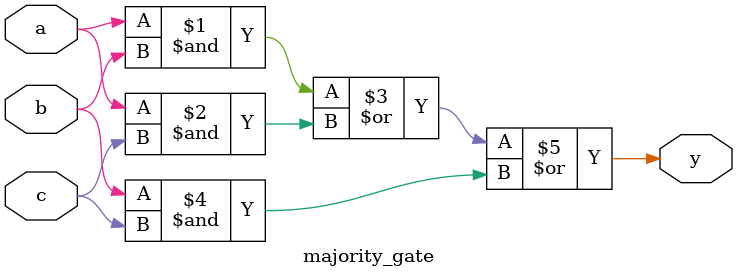
<source format=v>
module majority_gate (
    input a,
    input b,
    input c,
    output y
);
    assign y = (a & b) | (a & c) | (b & c);
endmodule

</source>
